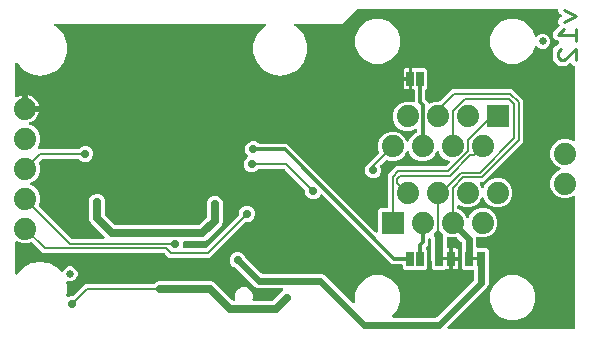
<source format=gbl>
G04 EAGLE Gerber RS-274X export*
G75*
%MOMM*%
%FSLAX34Y34*%
%LPD*%
%INBottom Copper*%
%IPPOS*%
%AMOC8*
5,1,8,0,0,1.08239X$1,22.5*%
G01*
%ADD10C,0.279400*%
%ADD11C,1.879600*%
%ADD12R,1.879600X1.879600*%
%ADD13R,0.660400X1.270000*%
%ADD14C,0.635000*%
%ADD15R,0.635000X1.270000*%
%ADD16C,0.203200*%
%ADD17C,0.736600*%
%ADD18C,0.609600*%
%ADD19C,0.711200*%
%ADD20C,0.304800*%

G36*
X5333Y200205D02*
X5333Y200205D01*
X5452Y200220D01*
X5571Y200227D01*
X5609Y200240D01*
X5648Y200245D01*
X5760Y200288D01*
X5873Y200325D01*
X5907Y200347D01*
X5944Y200361D01*
X6080Y200447D01*
X6443Y200711D01*
X8117Y201564D01*
X9904Y202145D01*
X10161Y202185D01*
X10161Y191770D01*
X10176Y191652D01*
X10183Y191533D01*
X10196Y191495D01*
X10201Y191455D01*
X10244Y191344D01*
X10281Y191231D01*
X10303Y191197D01*
X10318Y191159D01*
X10388Y191063D01*
X10451Y190962D01*
X10481Y190934D01*
X10504Y190902D01*
X10596Y190826D01*
X10683Y190744D01*
X10718Y190725D01*
X10749Y190699D01*
X10857Y190648D01*
X10961Y190591D01*
X11001Y190580D01*
X11037Y190563D01*
X11154Y190541D01*
X11269Y190511D01*
X11330Y190507D01*
X11350Y190503D01*
X11370Y190505D01*
X11430Y190501D01*
X12701Y190501D01*
X12701Y189230D01*
X12716Y189112D01*
X12723Y188993D01*
X12736Y188955D01*
X12741Y188914D01*
X12785Y188804D01*
X12821Y188691D01*
X12843Y188656D01*
X12858Y188619D01*
X12928Y188523D01*
X12991Y188422D01*
X13021Y188394D01*
X13045Y188361D01*
X13136Y188286D01*
X13223Y188204D01*
X13258Y188184D01*
X13290Y188159D01*
X13397Y188108D01*
X13502Y188050D01*
X13541Y188040D01*
X13577Y188023D01*
X13694Y188001D01*
X13809Y187971D01*
X13870Y187967D01*
X13890Y187963D01*
X13910Y187965D01*
X13970Y187961D01*
X24385Y187961D01*
X24345Y187704D01*
X23764Y185917D01*
X22911Y184243D01*
X21806Y182722D01*
X20478Y181394D01*
X18957Y180289D01*
X17283Y179436D01*
X16818Y179285D01*
X16791Y179272D01*
X16762Y179265D01*
X16648Y179205D01*
X16530Y179150D01*
X16507Y179131D01*
X16481Y179117D01*
X16385Y179030D01*
X16285Y178947D01*
X16268Y178923D01*
X16246Y178903D01*
X16174Y178794D01*
X16098Y178690D01*
X16087Y178662D01*
X16071Y178637D01*
X16029Y178514D01*
X15981Y178394D01*
X15977Y178364D01*
X15968Y178336D01*
X15957Y178207D01*
X15941Y178079D01*
X15945Y178049D01*
X15942Y178019D01*
X15965Y177891D01*
X15981Y177763D01*
X15992Y177735D01*
X15997Y177706D01*
X16050Y177588D01*
X16098Y177467D01*
X16115Y177443D01*
X16127Y177416D01*
X16208Y177315D01*
X16284Y177210D01*
X16307Y177191D01*
X16326Y177167D01*
X16430Y177089D01*
X16529Y177007D01*
X16556Y176994D01*
X16580Y176976D01*
X16725Y176905D01*
X19750Y175652D01*
X23252Y172150D01*
X25147Y167576D01*
X25147Y162624D01*
X23322Y158220D01*
X23309Y158172D01*
X23288Y158127D01*
X23267Y158019D01*
X23238Y157913D01*
X23238Y157863D01*
X23228Y157814D01*
X23235Y157705D01*
X23233Y157595D01*
X23245Y157547D01*
X23248Y157497D01*
X23282Y157393D01*
X23307Y157286D01*
X23331Y157242D01*
X23346Y157195D01*
X23405Y157102D01*
X23456Y157005D01*
X23490Y156968D01*
X23516Y156926D01*
X23596Y156851D01*
X23670Y156769D01*
X23712Y156742D01*
X23748Y156708D01*
X23844Y156655D01*
X23936Y156595D01*
X23983Y156578D01*
X24026Y156554D01*
X24133Y156527D01*
X24237Y156491D01*
X24286Y156487D01*
X24334Y156475D01*
X24495Y156465D01*
X57519Y156465D01*
X57617Y156477D01*
X57716Y156480D01*
X57774Y156497D01*
X57834Y156505D01*
X57926Y156541D01*
X58022Y156569D01*
X58074Y156599D01*
X58130Y156622D01*
X58210Y156680D01*
X58296Y156730D01*
X58371Y156796D01*
X58387Y156808D01*
X58395Y156818D01*
X58416Y156836D01*
X59687Y158107D01*
X62161Y159132D01*
X64839Y159132D01*
X67313Y158107D01*
X69207Y156213D01*
X70232Y153739D01*
X70232Y151061D01*
X69207Y148587D01*
X67313Y146693D01*
X64839Y145668D01*
X62161Y145668D01*
X59687Y146693D01*
X58416Y147964D01*
X58338Y148024D01*
X58266Y148092D01*
X58213Y148121D01*
X58165Y148158D01*
X58074Y148198D01*
X57987Y148246D01*
X57929Y148261D01*
X57873Y148285D01*
X57775Y148300D01*
X57680Y148325D01*
X57580Y148331D01*
X57559Y148335D01*
X57547Y148333D01*
X57519Y148335D01*
X27609Y148335D01*
X27511Y148323D01*
X27412Y148320D01*
X27354Y148303D01*
X27294Y148295D01*
X27202Y148259D01*
X27107Y148231D01*
X27055Y148201D01*
X26998Y148178D01*
X26918Y148120D01*
X26833Y148070D01*
X26757Y148004D01*
X26741Y147992D01*
X26733Y147982D01*
X26712Y147964D01*
X24510Y145761D01*
X24492Y145738D01*
X24469Y145719D01*
X24394Y145613D01*
X24315Y145510D01*
X24303Y145483D01*
X24286Y145459D01*
X24240Y145337D01*
X24188Y145218D01*
X24184Y145189D01*
X24173Y145161D01*
X24159Y145032D01*
X24139Y144904D01*
X24141Y144875D01*
X24138Y144845D01*
X24156Y144717D01*
X24168Y144587D01*
X24178Y144560D01*
X24182Y144530D01*
X24235Y144378D01*
X25147Y142176D01*
X25147Y137224D01*
X23252Y132650D01*
X19750Y129148D01*
X17395Y128173D01*
X17275Y128104D01*
X17152Y128039D01*
X17137Y128025D01*
X17119Y128015D01*
X17019Y127918D01*
X16916Y127825D01*
X16905Y127808D01*
X16891Y127794D01*
X16818Y127676D01*
X16742Y127559D01*
X16735Y127540D01*
X16724Y127523D01*
X16684Y127390D01*
X16638Y127258D01*
X16637Y127238D01*
X16631Y127219D01*
X16624Y127080D01*
X16613Y126941D01*
X16617Y126921D01*
X16616Y126901D01*
X16644Y126765D01*
X16668Y126628D01*
X16676Y126609D01*
X16680Y126590D01*
X16741Y126465D01*
X16798Y126338D01*
X16811Y126322D01*
X16820Y126304D01*
X16910Y126198D01*
X16997Y126090D01*
X17013Y126077D01*
X17026Y126062D01*
X17140Y125982D01*
X17251Y125898D01*
X17276Y125886D01*
X17286Y125879D01*
X17305Y125872D01*
X17395Y125827D01*
X19750Y124852D01*
X23252Y121350D01*
X25147Y116776D01*
X25147Y111824D01*
X24235Y109622D01*
X24227Y109594D01*
X24213Y109567D01*
X24185Y109440D01*
X24151Y109315D01*
X24150Y109286D01*
X24144Y109257D01*
X24148Y109127D01*
X24146Y108997D01*
X24152Y108968D01*
X24153Y108939D01*
X24189Y108814D01*
X24220Y108688D01*
X24234Y108662D01*
X24242Y108633D01*
X24308Y108522D01*
X24368Y108407D01*
X24388Y108385D01*
X24403Y108360D01*
X24510Y108239D01*
X52112Y80636D01*
X52190Y80576D01*
X52262Y80508D01*
X52315Y80479D01*
X52363Y80442D01*
X52454Y80402D01*
X52541Y80354D01*
X52599Y80339D01*
X52655Y80315D01*
X52753Y80300D01*
X52849Y80275D01*
X52949Y80269D01*
X52969Y80265D01*
X52981Y80267D01*
X53009Y80265D01*
X78781Y80265D01*
X78918Y80282D01*
X79057Y80295D01*
X79076Y80302D01*
X79096Y80305D01*
X79225Y80356D01*
X79356Y80403D01*
X79373Y80414D01*
X79392Y80422D01*
X79504Y80503D01*
X79619Y80581D01*
X79633Y80597D01*
X79649Y80608D01*
X79738Y80716D01*
X79830Y80820D01*
X79839Y80838D01*
X79852Y80853D01*
X79911Y80979D01*
X79974Y81103D01*
X79979Y81123D01*
X79987Y81141D01*
X80014Y81277D01*
X80044Y81413D01*
X80043Y81434D01*
X80047Y81453D01*
X80039Y81592D01*
X80034Y81731D01*
X80029Y81751D01*
X80027Y81771D01*
X79985Y81903D01*
X79946Y82037D01*
X79936Y82054D01*
X79929Y82073D01*
X79855Y82191D01*
X79784Y82311D01*
X79766Y82332D01*
X79759Y82342D01*
X79744Y82356D01*
X79678Y82431D01*
X70097Y92012D01*
X68061Y94049D01*
X67055Y96476D01*
X67055Y109862D01*
X67054Y109871D01*
X67055Y109880D01*
X67034Y110029D01*
X67015Y110177D01*
X67012Y110186D01*
X67011Y110195D01*
X66959Y110348D01*
X66928Y110421D01*
X66928Y113099D01*
X67953Y115573D01*
X69847Y117467D01*
X72321Y118492D01*
X74999Y118492D01*
X77473Y117467D01*
X79367Y115573D01*
X80392Y113099D01*
X80392Y110421D01*
X80361Y110348D01*
X80359Y110339D01*
X80354Y110331D01*
X80317Y110186D01*
X80277Y110041D01*
X80277Y110032D01*
X80275Y110023D01*
X80265Y109862D01*
X80265Y101052D01*
X80277Y100953D01*
X80280Y100854D01*
X80297Y100796D01*
X80305Y100736D01*
X80341Y100644D01*
X80369Y100549D01*
X80399Y100497D01*
X80422Y100440D01*
X80480Y100360D01*
X80530Y100275D01*
X80596Y100199D01*
X80608Y100183D01*
X80618Y100175D01*
X80636Y100154D01*
X88724Y92066D01*
X88802Y92006D01*
X88874Y91938D01*
X88927Y91909D01*
X88975Y91872D01*
X89066Y91832D01*
X89153Y91784D01*
X89211Y91769D01*
X89267Y91745D01*
X89365Y91730D01*
X89461Y91705D01*
X89561Y91699D01*
X89581Y91695D01*
X89594Y91697D01*
X89622Y91695D01*
X159298Y91695D01*
X159397Y91707D01*
X159496Y91710D01*
X159554Y91727D01*
X159614Y91735D01*
X159706Y91771D01*
X159801Y91799D01*
X159853Y91829D01*
X159910Y91852D01*
X159990Y91910D01*
X160075Y91960D01*
X160151Y92026D01*
X160167Y92038D01*
X160175Y92048D01*
X160196Y92066D01*
X166379Y98249D01*
X166439Y98327D01*
X166507Y98399D01*
X166536Y98452D01*
X166573Y98500D01*
X166613Y98591D01*
X166661Y98678D01*
X166676Y98736D01*
X166700Y98792D01*
X166715Y98890D01*
X166740Y98986D01*
X166746Y99086D01*
X166750Y99106D01*
X166748Y99119D01*
X166750Y99147D01*
X166750Y107957D01*
X166749Y107966D01*
X166750Y107975D01*
X166729Y108124D01*
X166710Y108272D01*
X166707Y108281D01*
X166706Y108290D01*
X166654Y108443D01*
X166623Y108516D01*
X166623Y111194D01*
X167648Y113668D01*
X169542Y115562D01*
X172016Y116587D01*
X174694Y116587D01*
X177168Y115562D01*
X179062Y113668D01*
X180087Y111194D01*
X180087Y108516D01*
X180056Y108443D01*
X180054Y108434D01*
X180049Y108426D01*
X180012Y108281D01*
X179972Y108136D01*
X179972Y108127D01*
X179970Y108118D01*
X179960Y107957D01*
X179960Y94571D01*
X178954Y92144D01*
X166301Y79491D01*
X163874Y78485D01*
X147701Y78485D01*
X147583Y78470D01*
X147464Y78463D01*
X147426Y78450D01*
X147385Y78445D01*
X147275Y78402D01*
X147162Y78365D01*
X147127Y78343D01*
X147090Y78328D01*
X146994Y78259D01*
X146893Y78195D01*
X146865Y78165D01*
X146832Y78142D01*
X146756Y78050D01*
X146675Y77963D01*
X146655Y77928D01*
X146630Y77897D01*
X146579Y77789D01*
X146521Y77685D01*
X146511Y77645D01*
X146494Y77609D01*
X146472Y77492D01*
X146442Y77377D01*
X146438Y77317D01*
X146434Y77297D01*
X146436Y77276D01*
X146432Y77216D01*
X146432Y74734D01*
X146293Y74400D01*
X146280Y74352D01*
X146259Y74307D01*
X146238Y74199D01*
X146209Y74093D01*
X146209Y74043D01*
X146199Y73994D01*
X146206Y73885D01*
X146204Y73775D01*
X146216Y73727D01*
X146219Y73677D01*
X146253Y73573D01*
X146278Y73466D01*
X146302Y73422D01*
X146317Y73375D01*
X146376Y73282D01*
X146427Y73185D01*
X146461Y73148D01*
X146487Y73106D01*
X146567Y73031D01*
X146641Y72949D01*
X146683Y72922D01*
X146719Y72888D01*
X146815Y72835D01*
X146907Y72775D01*
X146954Y72758D01*
X146997Y72734D01*
X147103Y72707D01*
X147208Y72671D01*
X147257Y72667D01*
X147305Y72655D01*
X147466Y72645D01*
X165304Y72645D01*
X165402Y72657D01*
X165501Y72660D01*
X165559Y72677D01*
X165619Y72685D01*
X165711Y72721D01*
X165806Y72749D01*
X165858Y72779D01*
X165915Y72802D01*
X165995Y72860D01*
X166080Y72910D01*
X166156Y72976D01*
X166172Y72988D01*
X166180Y72998D01*
X166201Y73016D01*
X193430Y100245D01*
X193490Y100323D01*
X193558Y100395D01*
X193587Y100448D01*
X193624Y100496D01*
X193664Y100587D01*
X193712Y100674D01*
X193727Y100732D01*
X193751Y100788D01*
X193766Y100886D01*
X193791Y100982D01*
X193797Y101082D01*
X193801Y101102D01*
X193799Y101114D01*
X193801Y101142D01*
X193801Y102939D01*
X194826Y105413D01*
X196720Y107307D01*
X199194Y108332D01*
X201872Y108332D01*
X204346Y107307D01*
X206240Y105413D01*
X207265Y102939D01*
X207265Y100261D01*
X206240Y97787D01*
X204346Y95893D01*
X201872Y94868D01*
X200075Y94868D01*
X199977Y94856D01*
X199878Y94853D01*
X199820Y94836D01*
X199760Y94828D01*
X199668Y94792D01*
X199573Y94764D01*
X199521Y94734D01*
X199464Y94711D01*
X199384Y94653D01*
X199299Y94603D01*
X199223Y94537D01*
X199207Y94525D01*
X199199Y94515D01*
X199178Y94497D01*
X169197Y64515D01*
X134206Y64515D01*
X130768Y67954D01*
X130690Y68014D01*
X130618Y68082D01*
X130565Y68111D01*
X130517Y68148D01*
X130426Y68188D01*
X130339Y68236D01*
X130281Y68251D01*
X130225Y68275D01*
X130127Y68290D01*
X130031Y68315D01*
X129931Y68321D01*
X129911Y68325D01*
X129899Y68323D01*
X129871Y68325D01*
X27526Y68325D01*
X18761Y77090D01*
X18738Y77108D01*
X18719Y77131D01*
X18613Y77206D01*
X18510Y77285D01*
X18483Y77297D01*
X18459Y77314D01*
X18337Y77360D01*
X18218Y77412D01*
X18189Y77416D01*
X18161Y77427D01*
X18032Y77441D01*
X17904Y77461D01*
X17875Y77459D01*
X17845Y77462D01*
X17717Y77444D01*
X17587Y77432D01*
X17560Y77422D01*
X17530Y77418D01*
X17378Y77365D01*
X15176Y76453D01*
X10224Y76453D01*
X5820Y78278D01*
X5772Y78291D01*
X5727Y78312D01*
X5619Y78333D01*
X5513Y78362D01*
X5463Y78362D01*
X5414Y78372D01*
X5305Y78365D01*
X5195Y78367D01*
X5147Y78355D01*
X5097Y78352D01*
X4993Y78318D01*
X4886Y78293D01*
X4842Y78269D01*
X4795Y78254D01*
X4702Y78195D01*
X4605Y78144D01*
X4568Y78110D01*
X4526Y78084D01*
X4451Y78004D01*
X4369Y77930D01*
X4342Y77888D01*
X4308Y77852D01*
X4255Y77756D01*
X4195Y77664D01*
X4178Y77617D01*
X4154Y77574D01*
X4127Y77467D01*
X4091Y77363D01*
X4087Y77314D01*
X4075Y77266D01*
X4065Y77105D01*
X4065Y51331D01*
X4069Y51295D01*
X4067Y51260D01*
X4089Y51138D01*
X4105Y51015D01*
X4118Y50982D01*
X4124Y50947D01*
X4176Y50835D01*
X4222Y50719D01*
X4242Y50691D01*
X4257Y50659D01*
X4336Y50562D01*
X4408Y50462D01*
X4436Y50439D01*
X4458Y50412D01*
X4558Y50339D01*
X4653Y50259D01*
X4685Y50244D01*
X4714Y50223D01*
X4829Y50177D01*
X4941Y50124D01*
X4976Y50117D01*
X5009Y50104D01*
X5132Y50087D01*
X5253Y50064D01*
X5289Y50066D01*
X5324Y50061D01*
X5447Y50076D01*
X5571Y50084D01*
X5605Y50095D01*
X5640Y50099D01*
X5756Y50144D01*
X5873Y50182D01*
X5903Y50201D01*
X5936Y50213D01*
X6037Y50286D01*
X6142Y50352D01*
X6166Y50378D01*
X6195Y50398D01*
X6306Y50515D01*
X10644Y55685D01*
X17549Y59671D01*
X25400Y61055D01*
X33251Y59671D01*
X40155Y55685D01*
X42782Y52555D01*
X42859Y52483D01*
X42930Y52406D01*
X42975Y52376D01*
X43015Y52339D01*
X43108Y52289D01*
X43195Y52231D01*
X43247Y52213D01*
X43295Y52187D01*
X43397Y52162D01*
X43496Y52128D01*
X43551Y52124D01*
X43604Y52110D01*
X43709Y52111D01*
X43813Y52103D01*
X43867Y52112D01*
X43922Y52112D01*
X44023Y52139D01*
X44126Y52157D01*
X44176Y52180D01*
X44229Y52193D01*
X44321Y52244D01*
X44416Y52288D01*
X44459Y52322D01*
X44507Y52348D01*
X44583Y52421D01*
X44665Y52486D01*
X44698Y52530D01*
X44737Y52568D01*
X44793Y52656D01*
X44856Y52740D01*
X44895Y52819D01*
X44906Y52837D01*
X44911Y52852D01*
X44927Y52885D01*
X45524Y54325D01*
X47275Y56076D01*
X49562Y57024D01*
X52038Y57024D01*
X54325Y56076D01*
X56076Y54325D01*
X57024Y52038D01*
X57024Y49562D01*
X56076Y47275D01*
X54325Y45524D01*
X52038Y44576D01*
X49562Y44576D01*
X49328Y44673D01*
X49221Y44702D01*
X49116Y44740D01*
X49068Y44744D01*
X49022Y44757D01*
X48910Y44759D01*
X48799Y44769D01*
X48752Y44761D01*
X48704Y44762D01*
X48595Y44736D01*
X48485Y44718D01*
X48441Y44699D01*
X48395Y44688D01*
X48296Y44636D01*
X48194Y44591D01*
X48156Y44562D01*
X48113Y44539D01*
X48031Y44464D01*
X47943Y44396D01*
X47913Y44358D01*
X47878Y44325D01*
X47817Y44232D01*
X47749Y44144D01*
X47730Y44100D01*
X47703Y44060D01*
X47667Y43954D01*
X47623Y43852D01*
X47616Y43804D01*
X47600Y43759D01*
X47591Y43648D01*
X47574Y43537D01*
X47579Y43490D01*
X47575Y43442D01*
X47594Y43332D01*
X47605Y43221D01*
X47625Y43150D01*
X47629Y43128D01*
X47637Y43112D01*
X47650Y43066D01*
X48007Y42086D01*
X48007Y34114D01*
X47547Y32852D01*
X47523Y32743D01*
X47490Y32637D01*
X47488Y32589D01*
X47477Y32542D01*
X47480Y32430D01*
X47475Y32319D01*
X47484Y32272D01*
X47486Y32224D01*
X47517Y32117D01*
X47539Y32008D01*
X47560Y31964D01*
X47573Y31918D01*
X47630Y31822D01*
X47679Y31722D01*
X47710Y31685D01*
X47734Y31644D01*
X47813Y31565D01*
X47885Y31480D01*
X47924Y31452D01*
X47958Y31418D01*
X48054Y31361D01*
X48145Y31297D01*
X48190Y31280D01*
X48231Y31255D01*
X48338Y31224D01*
X48443Y31184D01*
X48490Y31179D01*
X48536Y31165D01*
X48648Y31161D01*
X48759Y31149D01*
X48806Y31156D01*
X48854Y31154D01*
X48963Y31178D01*
X49074Y31193D01*
X49143Y31217D01*
X49165Y31222D01*
X49181Y31230D01*
X49226Y31245D01*
X51366Y32132D01*
X53163Y32132D01*
X53261Y32144D01*
X53360Y32147D01*
X53418Y32164D01*
X53478Y32172D01*
X53570Y32208D01*
X53665Y32236D01*
X53717Y32266D01*
X53774Y32289D01*
X53854Y32347D01*
X53939Y32397D01*
X54015Y32463D01*
X54031Y32475D01*
X54039Y32485D01*
X54060Y32503D01*
X63721Y42165D01*
X121019Y42165D01*
X121117Y42177D01*
X121216Y42180D01*
X121274Y42197D01*
X121334Y42205D01*
X121426Y42241D01*
X121522Y42269D01*
X121574Y42299D01*
X121630Y42322D01*
X121710Y42380D01*
X121796Y42430D01*
X121871Y42496D01*
X121887Y42508D01*
X121895Y42518D01*
X121916Y42536D01*
X123187Y43807D01*
X125661Y44832D01*
X128339Y44832D01*
X128412Y44801D01*
X128421Y44799D01*
X128429Y44794D01*
X128574Y44757D01*
X128719Y44717D01*
X128728Y44717D01*
X128737Y44715D01*
X128898Y44705D01*
X170379Y44705D01*
X172806Y43699D01*
X188179Y28326D01*
X188257Y28266D01*
X188329Y28198D01*
X188382Y28169D01*
X188430Y28132D01*
X188521Y28092D01*
X188608Y28044D01*
X188666Y28029D01*
X188722Y28005D01*
X188820Y27990D01*
X188916Y27965D01*
X189016Y27959D01*
X189036Y27955D01*
X189049Y27957D01*
X189077Y27955D01*
X189387Y27955D01*
X189436Y27961D01*
X189486Y27959D01*
X189593Y27981D01*
X189702Y27995D01*
X189749Y28013D01*
X189797Y28023D01*
X189896Y28071D01*
X189998Y28112D01*
X190038Y28141D01*
X190083Y28163D01*
X190166Y28234D01*
X190255Y28298D01*
X190287Y28337D01*
X190325Y28369D01*
X190388Y28459D01*
X190458Y28543D01*
X190479Y28588D01*
X190508Y28629D01*
X190547Y28732D01*
X190594Y28831D01*
X190603Y28880D01*
X190621Y28926D01*
X190633Y29036D01*
X190653Y29143D01*
X190650Y29193D01*
X190656Y29242D01*
X190641Y29351D01*
X190634Y29461D01*
X190618Y29508D01*
X190611Y29557D01*
X190559Y29710D01*
X190336Y30248D01*
X190336Y33252D01*
X191485Y36026D01*
X193609Y38150D01*
X196383Y39299D01*
X199387Y39299D01*
X202161Y38150D01*
X204285Y36026D01*
X205434Y33252D01*
X205434Y30248D01*
X205211Y29710D01*
X205197Y29662D01*
X205176Y29617D01*
X205156Y29509D01*
X205127Y29403D01*
X205126Y29353D01*
X205117Y29304D01*
X205123Y29195D01*
X205122Y29085D01*
X205133Y29037D01*
X205136Y28987D01*
X205170Y28883D01*
X205196Y28776D01*
X205219Y28732D01*
X205234Y28685D01*
X205293Y28592D01*
X205344Y28495D01*
X205378Y28458D01*
X205404Y28416D01*
X205485Y28341D01*
X205558Y28259D01*
X205600Y28232D01*
X205636Y28198D01*
X205732Y28145D01*
X205824Y28085D01*
X205871Y28068D01*
X205915Y28044D01*
X206021Y28017D01*
X206125Y27981D01*
X206174Y27977D01*
X206223Y27965D01*
X206383Y27955D01*
X221923Y27955D01*
X222022Y27967D01*
X222121Y27970D01*
X222179Y27987D01*
X222239Y27995D01*
X222331Y28031D01*
X222426Y28059D01*
X222478Y28089D01*
X222535Y28112D01*
X222615Y28170D01*
X222700Y28220D01*
X222776Y28286D01*
X222792Y28298D01*
X222800Y28308D01*
X222821Y28326D01*
X228063Y33568D01*
X228068Y33575D01*
X228076Y33581D01*
X228165Y33700D01*
X228258Y33819D01*
X228261Y33828D01*
X228267Y33835D01*
X228338Y33980D01*
X228368Y34053D01*
X230262Y35947D01*
X230642Y36104D01*
X230702Y36139D01*
X230767Y36164D01*
X230840Y36217D01*
X230918Y36262D01*
X230968Y36310D01*
X231024Y36351D01*
X231082Y36421D01*
X231146Y36483D01*
X231183Y36542D01*
X231227Y36596D01*
X231265Y36677D01*
X231312Y36754D01*
X231333Y36821D01*
X231363Y36884D01*
X231380Y36972D01*
X231406Y37058D01*
X231409Y37128D01*
X231423Y37196D01*
X231417Y37286D01*
X231421Y37376D01*
X231407Y37444D01*
X231403Y37514D01*
X231375Y37599D01*
X231357Y37687D01*
X231326Y37750D01*
X231305Y37816D01*
X231257Y37892D01*
X231217Y37973D01*
X231172Y38026D01*
X231135Y38085D01*
X231069Y38147D01*
X231011Y38215D01*
X230954Y38255D01*
X230903Y38303D01*
X230824Y38346D01*
X230751Y38398D01*
X230686Y38423D01*
X230624Y38456D01*
X230537Y38479D01*
X230453Y38511D01*
X230384Y38518D01*
X230317Y38536D01*
X230156Y38546D01*
X209362Y38546D01*
X207122Y39474D01*
X190694Y55902D01*
X190686Y55908D01*
X190680Y55915D01*
X190561Y56005D01*
X190442Y56097D01*
X190434Y56101D01*
X190426Y56107D01*
X190282Y56178D01*
X188982Y56716D01*
X187088Y58610D01*
X186063Y61084D01*
X186063Y63762D01*
X187088Y66236D01*
X188982Y68130D01*
X191456Y69155D01*
X194134Y69155D01*
X196608Y68130D01*
X198502Y66236D01*
X199040Y64936D01*
X199045Y64928D01*
X199048Y64919D01*
X199123Y64791D01*
X199198Y64660D01*
X199205Y64653D01*
X199209Y64645D01*
X199316Y64524D01*
X212729Y51111D01*
X212807Y51051D01*
X212879Y50983D01*
X212932Y50954D01*
X212980Y50916D01*
X213071Y50877D01*
X213158Y50829D01*
X213216Y50814D01*
X213272Y50790D01*
X213370Y50774D01*
X213466Y50750D01*
X213566Y50743D01*
X213586Y50740D01*
X213598Y50741D01*
X213626Y50740D01*
X263910Y50740D01*
X266151Y49811D01*
X289935Y26028D01*
X290044Y25942D01*
X290151Y25854D01*
X290170Y25845D01*
X290186Y25833D01*
X290314Y25777D01*
X290439Y25718D01*
X290459Y25714D01*
X290478Y25706D01*
X290616Y25684D01*
X290752Y25658D01*
X290772Y25660D01*
X290792Y25656D01*
X290931Y25670D01*
X291069Y25678D01*
X291088Y25684D01*
X291108Y25686D01*
X291240Y25733D01*
X291371Y25776D01*
X291389Y25787D01*
X291408Y25794D01*
X291523Y25872D01*
X291640Y25946D01*
X291654Y25961D01*
X291671Y25972D01*
X291763Y26076D01*
X291858Y26178D01*
X291868Y26196D01*
X291881Y26211D01*
X291945Y26335D01*
X292012Y26456D01*
X292017Y26476D01*
X292026Y26494D01*
X292056Y26630D01*
X292091Y26764D01*
X292093Y26792D01*
X292096Y26804D01*
X292095Y26825D01*
X292101Y26925D01*
X292101Y34269D01*
X295001Y41270D01*
X300360Y46629D01*
X307361Y49529D01*
X314939Y49529D01*
X321940Y46629D01*
X327299Y41270D01*
X330199Y34269D01*
X330199Y26691D01*
X327299Y19690D01*
X323492Y15883D01*
X323407Y15774D01*
X323319Y15667D01*
X323310Y15648D01*
X323298Y15632D01*
X323242Y15504D01*
X323183Y15379D01*
X323179Y15359D01*
X323171Y15340D01*
X323149Y15202D01*
X323123Y15066D01*
X323125Y15046D01*
X323121Y15026D01*
X323134Y14887D01*
X323143Y14749D01*
X323149Y14730D01*
X323151Y14710D01*
X323198Y14578D01*
X323241Y14447D01*
X323252Y14429D01*
X323259Y14410D01*
X323337Y14295D01*
X323411Y14178D01*
X323426Y14164D01*
X323437Y14147D01*
X323542Y14055D01*
X323643Y13960D01*
X323661Y13950D01*
X323676Y13937D01*
X323800Y13873D01*
X323921Y13806D01*
X323941Y13801D01*
X323959Y13792D01*
X324095Y13762D01*
X324229Y13727D01*
X324257Y13725D01*
X324269Y13722D01*
X324290Y13723D01*
X324390Y13717D01*
X360169Y13717D01*
X360267Y13729D01*
X360366Y13732D01*
X360424Y13749D01*
X360484Y13757D01*
X360577Y13793D01*
X360672Y13821D01*
X360724Y13851D01*
X360780Y13874D01*
X360860Y13932D01*
X360946Y13982D01*
X361021Y14048D01*
X361037Y14060D01*
X361045Y14070D01*
X361066Y14088D01*
X392439Y45461D01*
X392499Y45539D01*
X392567Y45611D01*
X392596Y45664D01*
X392633Y45712D01*
X392673Y45803D01*
X392721Y45889D01*
X392736Y45948D01*
X392760Y46004D01*
X392775Y46102D01*
X392800Y46197D01*
X392806Y46297D01*
X392810Y46318D01*
X392808Y46330D01*
X392810Y46358D01*
X392810Y52832D01*
X392795Y52950D01*
X392788Y53069D01*
X392775Y53107D01*
X392770Y53148D01*
X392727Y53258D01*
X392690Y53371D01*
X392668Y53406D01*
X392653Y53443D01*
X392584Y53539D01*
X392520Y53640D01*
X392490Y53668D01*
X392467Y53701D01*
X392375Y53777D01*
X392288Y53858D01*
X392253Y53878D01*
X392222Y53903D01*
X392114Y53954D01*
X392010Y54012D01*
X391970Y54022D01*
X391934Y54039D01*
X391817Y54061D01*
X391702Y54091D01*
X391642Y54095D01*
X391622Y54099D01*
X391601Y54097D01*
X391541Y54101D01*
X383928Y54101D01*
X382142Y55887D01*
X382142Y71134D01*
X382153Y71145D01*
X382182Y71198D01*
X382219Y71246D01*
X382259Y71337D01*
X382307Y71424D01*
X382322Y71483D01*
X382346Y71538D01*
X382361Y71636D01*
X382386Y71732D01*
X382392Y71832D01*
X382396Y71852D01*
X382394Y71864D01*
X382396Y71893D01*
X382396Y77086D01*
X382384Y77184D01*
X382381Y77283D01*
X382364Y77341D01*
X382356Y77401D01*
X382320Y77494D01*
X382292Y77589D01*
X382262Y77641D01*
X382239Y77697D01*
X382181Y77777D01*
X382131Y77863D01*
X382065Y77938D01*
X382053Y77954D01*
X382043Y77962D01*
X382025Y77983D01*
X378679Y81329D01*
X378656Y81347D01*
X378637Y81369D01*
X378531Y81444D01*
X378428Y81524D01*
X378401Y81535D01*
X378377Y81552D01*
X378255Y81598D01*
X378136Y81650D01*
X378107Y81655D01*
X378079Y81665D01*
X377950Y81679D01*
X377822Y81700D01*
X377793Y81697D01*
X377763Y81700D01*
X377635Y81682D01*
X377505Y81670D01*
X377478Y81660D01*
X377448Y81656D01*
X377296Y81604D01*
X377126Y81533D01*
X372174Y81533D01*
X371453Y81832D01*
X371405Y81845D01*
X371360Y81866D01*
X371252Y81887D01*
X371146Y81916D01*
X371096Y81917D01*
X371047Y81926D01*
X370938Y81919D01*
X370828Y81921D01*
X370780Y81910D01*
X370730Y81906D01*
X370626Y81873D01*
X370519Y81847D01*
X370475Y81824D01*
X370428Y81808D01*
X370335Y81750D01*
X370238Y81698D01*
X370201Y81665D01*
X370159Y81638D01*
X370084Y81558D01*
X370002Y81484D01*
X369975Y81443D01*
X369941Y81407D01*
X369888Y81310D01*
X369828Y81219D01*
X369811Y81172D01*
X369787Y81128D01*
X369760Y81022D01*
X369724Y80918D01*
X369720Y80868D01*
X369708Y80820D01*
X369698Y80659D01*
X369698Y73660D01*
X369713Y73542D01*
X369720Y73423D01*
X369733Y73385D01*
X369738Y73344D01*
X369782Y73233D01*
X369818Y73121D01*
X369840Y73086D01*
X369855Y73049D01*
X369924Y72953D01*
X369988Y72852D01*
X370018Y72824D01*
X370041Y72791D01*
X370133Y72715D01*
X370220Y72634D01*
X370255Y72614D01*
X370286Y72589D01*
X370394Y72538D01*
X370498Y72480D01*
X370538Y72470D01*
X370574Y72453D01*
X370691Y72431D01*
X370806Y72401D01*
X370866Y72397D01*
X370886Y72393D01*
X370907Y72395D01*
X370967Y72391D01*
X371857Y72391D01*
X371857Y64833D01*
X366459Y64833D01*
X366440Y64821D01*
X366417Y64817D01*
X366410Y64802D01*
X366401Y64796D01*
X366403Y64786D01*
X366396Y64770D01*
X366396Y62230D01*
X366408Y62211D01*
X366411Y62189D01*
X366427Y62182D01*
X366433Y62173D01*
X366443Y62174D01*
X366459Y62167D01*
X371857Y62167D01*
X371857Y54609D01*
X369870Y54609D01*
X369234Y54780D01*
X369129Y54794D01*
X369026Y54817D01*
X368972Y54816D01*
X368919Y54823D01*
X368814Y54811D01*
X368708Y54808D01*
X368656Y54793D01*
X368603Y54787D01*
X368504Y54749D01*
X368403Y54719D01*
X368356Y54692D01*
X368306Y54673D01*
X368220Y54611D01*
X368129Y54558D01*
X368065Y54501D01*
X368047Y54489D01*
X368036Y54477D01*
X368008Y54451D01*
X367658Y54101D01*
X358528Y54101D01*
X356742Y55887D01*
X356742Y61321D01*
X356741Y61330D01*
X356742Y61339D01*
X356721Y61488D01*
X356702Y61636D01*
X356699Y61645D01*
X356698Y61654D01*
X356646Y61806D01*
X356488Y62186D01*
X356488Y79367D01*
X356487Y79376D01*
X356488Y79386D01*
X356467Y79534D01*
X356448Y79683D01*
X356445Y79691D01*
X356444Y79701D01*
X356392Y79853D01*
X356265Y80160D01*
X356230Y80221D01*
X356204Y80285D01*
X356152Y80358D01*
X356107Y80436D01*
X356058Y80486D01*
X356018Y80543D01*
X355948Y80600D01*
X355886Y80664D01*
X355826Y80701D01*
X355773Y80745D01*
X355691Y80784D01*
X355615Y80831D01*
X355548Y80851D01*
X355485Y80881D01*
X355397Y80898D01*
X355311Y80924D01*
X355241Y80928D01*
X355172Y80941D01*
X355083Y80935D01*
X354993Y80939D01*
X354925Y80925D01*
X354855Y80921D01*
X354770Y80893D01*
X354682Y80875D01*
X354619Y80844D01*
X354553Y80823D01*
X354477Y80775D01*
X354396Y80735D01*
X354343Y80690D01*
X354284Y80653D01*
X354222Y80587D01*
X354154Y80529D01*
X354114Y80472D01*
X354066Y80421D01*
X354023Y80342D01*
X353971Y80269D01*
X353946Y80204D01*
X353912Y80143D01*
X353890Y80056D01*
X353858Y79972D01*
X353850Y79902D01*
X353833Y79835D01*
X353823Y79674D01*
X353823Y75449D01*
X352235Y73861D01*
X352162Y73767D01*
X352083Y73678D01*
X352065Y73642D01*
X352040Y73610D01*
X351992Y73500D01*
X351938Y73394D01*
X351929Y73355D01*
X351913Y73318D01*
X351895Y73200D01*
X351869Y73084D01*
X351870Y73044D01*
X351864Y73004D01*
X351875Y72885D01*
X351878Y72766D01*
X351890Y72727D01*
X351893Y72687D01*
X351934Y72575D01*
X351967Y72461D01*
X351987Y72426D01*
X352001Y72388D01*
X352068Y72289D01*
X352128Y72187D01*
X352168Y72141D01*
X352180Y72125D01*
X352195Y72111D01*
X352235Y72066D01*
X353188Y71113D01*
X353188Y55887D01*
X351402Y54101D01*
X334398Y54101D01*
X332612Y55887D01*
X332612Y57658D01*
X332597Y57776D01*
X332590Y57895D01*
X332577Y57933D01*
X332572Y57974D01*
X332529Y58084D01*
X332492Y58197D01*
X332470Y58232D01*
X332455Y58269D01*
X332386Y58365D01*
X332322Y58466D01*
X332292Y58494D01*
X332269Y58527D01*
X332177Y58603D01*
X332090Y58684D01*
X332055Y58704D01*
X332024Y58729D01*
X331916Y58780D01*
X331812Y58838D01*
X331772Y58848D01*
X331736Y58865D01*
X331619Y58887D01*
X331504Y58917D01*
X331444Y58921D01*
X331424Y58925D01*
X331403Y58923D01*
X331343Y58927D01*
X323226Y58927D01*
X264489Y117664D01*
X264450Y117695D01*
X264416Y117731D01*
X264325Y117792D01*
X264238Y117859D01*
X264192Y117879D01*
X264151Y117906D01*
X264047Y117942D01*
X263946Y117985D01*
X263897Y117993D01*
X263850Y118009D01*
X263741Y118018D01*
X263632Y118035D01*
X263582Y118031D01*
X263533Y118034D01*
X263425Y118016D01*
X263315Y118005D01*
X263269Y117989D01*
X263220Y117980D01*
X263119Y117935D01*
X263016Y117898D01*
X262975Y117870D01*
X262930Y117849D01*
X262844Y117781D01*
X262753Y117719D01*
X262720Y117682D01*
X262681Y117651D01*
X262615Y117563D01*
X262542Y117481D01*
X262520Y117437D01*
X262490Y117397D01*
X262419Y117252D01*
X262247Y116837D01*
X260353Y114943D01*
X257879Y113918D01*
X255201Y113918D01*
X252727Y114943D01*
X250833Y116837D01*
X249808Y119311D01*
X249808Y121108D01*
X249796Y121206D01*
X249793Y121305D01*
X249776Y121363D01*
X249768Y121423D01*
X249732Y121515D01*
X249704Y121610D01*
X249674Y121662D01*
X249651Y121719D01*
X249593Y121799D01*
X249543Y121884D01*
X249477Y121960D01*
X249465Y121976D01*
X249455Y121984D01*
X249437Y122005D01*
X232368Y139074D01*
X232290Y139134D01*
X232218Y139202D01*
X232165Y139231D01*
X232117Y139268D01*
X232026Y139308D01*
X231939Y139356D01*
X231881Y139371D01*
X231825Y139395D01*
X231727Y139410D01*
X231631Y139435D01*
X231531Y139441D01*
X231511Y139445D01*
X231499Y139443D01*
X231471Y139445D01*
X210451Y139445D01*
X210353Y139433D01*
X210254Y139430D01*
X210196Y139413D01*
X210136Y139405D01*
X210044Y139369D01*
X209948Y139341D01*
X209896Y139311D01*
X209840Y139288D01*
X209760Y139230D01*
X209674Y139180D01*
X209599Y139114D01*
X209583Y139102D01*
X209575Y139092D01*
X209554Y139074D01*
X208283Y137803D01*
X205809Y136778D01*
X203131Y136778D01*
X200657Y137803D01*
X198763Y139697D01*
X197738Y142171D01*
X197738Y144849D01*
X198763Y147323D01*
X200657Y149217D01*
X200709Y149239D01*
X200752Y149263D01*
X200799Y149280D01*
X200890Y149342D01*
X200986Y149396D01*
X201021Y149431D01*
X201062Y149459D01*
X201135Y149541D01*
X201214Y149617D01*
X201240Y149660D01*
X201273Y149697D01*
X201323Y149795D01*
X201380Y149889D01*
X201395Y149936D01*
X201417Y149980D01*
X201441Y150087D01*
X201474Y150193D01*
X201476Y150242D01*
X201487Y150291D01*
X201484Y150400D01*
X201489Y150510D01*
X201479Y150559D01*
X201477Y150609D01*
X201447Y150714D01*
X201425Y150822D01*
X201403Y150866D01*
X201389Y150914D01*
X201333Y151009D01*
X201285Y151107D01*
X201253Y151145D01*
X201227Y151188D01*
X201121Y151309D01*
X200033Y152397D01*
X199008Y154871D01*
X199008Y157549D01*
X200033Y160023D01*
X201927Y161917D01*
X204401Y162942D01*
X207079Y162942D01*
X209553Y161917D01*
X210316Y161154D01*
X210394Y161094D01*
X210466Y161026D01*
X210519Y160997D01*
X210567Y160960D01*
X210658Y160920D01*
X210745Y160872D01*
X210803Y160857D01*
X210859Y160833D01*
X210957Y160818D01*
X211052Y160793D01*
X211152Y160787D01*
X211173Y160783D01*
X211185Y160785D01*
X211213Y160783D01*
X234304Y160783D01*
X309237Y85850D01*
X309346Y85765D01*
X309453Y85676D01*
X309472Y85668D01*
X309488Y85655D01*
X309616Y85600D01*
X309741Y85541D01*
X309761Y85537D01*
X309780Y85529D01*
X309918Y85507D01*
X310054Y85481D01*
X310074Y85482D01*
X310094Y85479D01*
X310233Y85492D01*
X310371Y85501D01*
X310390Y85507D01*
X310410Y85509D01*
X310542Y85556D01*
X310673Y85599D01*
X310691Y85610D01*
X310710Y85617D01*
X310825Y85695D01*
X310942Y85769D01*
X310956Y85784D01*
X310973Y85795D01*
X311065Y85899D01*
X311160Y86001D01*
X311170Y86018D01*
X311183Y86034D01*
X311247Y86157D01*
X311314Y86279D01*
X311319Y86299D01*
X311328Y86317D01*
X311358Y86453D01*
X311393Y86587D01*
X311395Y86615D01*
X311398Y86627D01*
X311397Y86648D01*
X311403Y86748D01*
X311403Y104641D01*
X313189Y106427D01*
X318516Y106427D01*
X318634Y106442D01*
X318753Y106449D01*
X318791Y106462D01*
X318832Y106467D01*
X318942Y106510D01*
X319055Y106547D01*
X319090Y106569D01*
X319127Y106584D01*
X319223Y106653D01*
X319324Y106717D01*
X319352Y106747D01*
X319385Y106770D01*
X319461Y106862D01*
X319542Y106949D01*
X319562Y106984D01*
X319587Y107015D01*
X319638Y107123D01*
X319696Y107227D01*
X319706Y107267D01*
X319723Y107303D01*
X319745Y107420D01*
X319775Y107535D01*
X319779Y107595D01*
X319783Y107615D01*
X319781Y107636D01*
X319785Y107696D01*
X319785Y134399D01*
X327017Y141630D01*
X368498Y141630D01*
X368596Y141642D01*
X368695Y141645D01*
X368754Y141662D01*
X368814Y141670D01*
X368906Y141706D01*
X369001Y141734D01*
X369053Y141765D01*
X369109Y141787D01*
X369189Y141845D01*
X369275Y141895D01*
X369350Y141962D01*
X369367Y141974D01*
X369374Y141983D01*
X369396Y142002D01*
X371908Y144514D01*
X371938Y144553D01*
X371975Y144587D01*
X372035Y144678D01*
X372103Y144765D01*
X372123Y144811D01*
X372150Y144852D01*
X372185Y144956D01*
X372229Y145057D01*
X372237Y145106D01*
X372253Y145153D01*
X372262Y145263D01*
X372279Y145371D01*
X372274Y145421D01*
X372278Y145470D01*
X372259Y145578D01*
X372249Y145688D01*
X372232Y145735D01*
X372224Y145784D01*
X372179Y145884D01*
X372142Y145987D01*
X372114Y146028D01*
X372093Y146074D01*
X372025Y146159D01*
X371963Y146250D01*
X371926Y146283D01*
X371895Y146322D01*
X371807Y146388D01*
X371725Y146461D01*
X371680Y146483D01*
X371641Y146513D01*
X371496Y146584D01*
X367600Y148198D01*
X364098Y151700D01*
X363123Y154055D01*
X363054Y154175D01*
X362989Y154298D01*
X362975Y154313D01*
X362965Y154331D01*
X362868Y154431D01*
X362775Y154534D01*
X362758Y154545D01*
X362744Y154559D01*
X362625Y154632D01*
X362509Y154708D01*
X362490Y154715D01*
X362473Y154726D01*
X362340Y154766D01*
X362208Y154812D01*
X362188Y154813D01*
X362169Y154819D01*
X362030Y154826D01*
X361891Y154837D01*
X361871Y154833D01*
X361851Y154834D01*
X361715Y154806D01*
X361578Y154782D01*
X361559Y154774D01*
X361540Y154770D01*
X361414Y154709D01*
X361288Y154652D01*
X361272Y154639D01*
X361254Y154630D01*
X361148Y154540D01*
X361040Y154453D01*
X361027Y154437D01*
X361012Y154424D01*
X360932Y154310D01*
X360848Y154199D01*
X360836Y154174D01*
X360829Y154164D01*
X360822Y154145D01*
X360777Y154055D01*
X359802Y151700D01*
X356300Y148198D01*
X351726Y146303D01*
X346774Y146303D01*
X342200Y148198D01*
X338698Y151700D01*
X337723Y154055D01*
X337654Y154175D01*
X337589Y154298D01*
X337575Y154313D01*
X337565Y154331D01*
X337468Y154431D01*
X337375Y154534D01*
X337358Y154545D01*
X337344Y154559D01*
X337225Y154632D01*
X337109Y154708D01*
X337090Y154715D01*
X337073Y154726D01*
X336940Y154766D01*
X336808Y154812D01*
X336788Y154813D01*
X336769Y154819D01*
X336630Y154826D01*
X336491Y154837D01*
X336471Y154833D01*
X336451Y154834D01*
X336315Y154806D01*
X336178Y154782D01*
X336159Y154774D01*
X336140Y154770D01*
X336014Y154709D01*
X335888Y154652D01*
X335872Y154639D01*
X335854Y154630D01*
X335748Y154540D01*
X335640Y154453D01*
X335627Y154437D01*
X335612Y154424D01*
X335532Y154310D01*
X335448Y154199D01*
X335436Y154174D01*
X335429Y154164D01*
X335422Y154145D01*
X335377Y154055D01*
X334402Y151700D01*
X330900Y148198D01*
X326326Y146303D01*
X321374Y146303D01*
X319172Y147215D01*
X319144Y147223D01*
X319117Y147237D01*
X318990Y147265D01*
X318865Y147299D01*
X318836Y147300D01*
X318807Y147306D01*
X318677Y147302D01*
X318547Y147304D01*
X318519Y147298D01*
X318489Y147297D01*
X318364Y147261D01*
X318238Y147230D01*
X318212Y147216D01*
X318184Y147208D01*
X318072Y147142D01*
X317957Y147082D01*
X317935Y147062D01*
X317910Y147047D01*
X317789Y146940D01*
X313632Y142784D01*
X313614Y142760D01*
X313592Y142741D01*
X313517Y142635D01*
X313437Y142532D01*
X313425Y142505D01*
X313408Y142481D01*
X313362Y142360D01*
X313311Y142241D01*
X313306Y142211D01*
X313296Y142184D01*
X313281Y142055D01*
X313261Y141926D01*
X313264Y141897D01*
X313260Y141868D01*
X313279Y141739D01*
X313291Y141610D01*
X313301Y141582D01*
X313305Y141553D01*
X313357Y141400D01*
X314046Y139737D01*
X314046Y137059D01*
X313021Y134585D01*
X311127Y132691D01*
X308653Y131666D01*
X305975Y131666D01*
X303501Y132691D01*
X301607Y134585D01*
X300583Y137059D01*
X300583Y139737D01*
X301607Y142211D01*
X302878Y143482D01*
X302938Y143560D01*
X303006Y143632D01*
X303034Y143683D01*
X312040Y152689D01*
X312058Y152712D01*
X312081Y152731D01*
X312156Y152837D01*
X312235Y152940D01*
X312247Y152967D01*
X312264Y152991D01*
X312310Y153113D01*
X312362Y153232D01*
X312366Y153261D01*
X312377Y153289D01*
X312391Y153418D01*
X312411Y153546D01*
X312409Y153575D01*
X312412Y153605D01*
X312394Y153733D01*
X312382Y153863D01*
X312372Y153890D01*
X312368Y153920D01*
X312315Y154072D01*
X311403Y156274D01*
X311403Y161226D01*
X313298Y165800D01*
X316800Y169302D01*
X321374Y171197D01*
X326326Y171197D01*
X330900Y169302D01*
X334402Y165800D01*
X335377Y163445D01*
X335446Y163325D01*
X335511Y163202D01*
X335525Y163187D01*
X335535Y163169D01*
X335632Y163069D01*
X335725Y162966D01*
X335742Y162955D01*
X335756Y162941D01*
X335874Y162868D01*
X335991Y162792D01*
X336010Y162785D01*
X336027Y162774D01*
X336160Y162734D01*
X336292Y162688D01*
X336312Y162687D01*
X336331Y162681D01*
X336470Y162674D01*
X336609Y162663D01*
X336629Y162667D01*
X336649Y162666D01*
X336785Y162694D01*
X336922Y162718D01*
X336941Y162726D01*
X336960Y162730D01*
X337085Y162791D01*
X337212Y162848D01*
X337228Y162861D01*
X337246Y162870D01*
X337352Y162960D01*
X337460Y163047D01*
X337473Y163063D01*
X337488Y163076D01*
X337568Y163190D01*
X337652Y163301D01*
X337664Y163326D01*
X337671Y163336D01*
X337678Y163355D01*
X337723Y163445D01*
X338698Y165800D01*
X342200Y169302D01*
X343894Y170004D01*
X343919Y170018D01*
X343947Y170027D01*
X344057Y170097D01*
X344170Y170161D01*
X344191Y170182D01*
X344216Y170197D01*
X344305Y170292D01*
X344398Y170382D01*
X344414Y170408D01*
X344434Y170429D01*
X344497Y170543D01*
X344565Y170654D01*
X344573Y170682D01*
X344588Y170708D01*
X344620Y170833D01*
X344658Y170957D01*
X344660Y170987D01*
X344667Y171016D01*
X344677Y171176D01*
X344677Y172145D01*
X344671Y172194D01*
X344673Y172244D01*
X344651Y172351D01*
X344637Y172460D01*
X344619Y172506D01*
X344609Y172555D01*
X344561Y172654D01*
X344520Y172756D01*
X344491Y172796D01*
X344469Y172841D01*
X344398Y172924D01*
X344334Y173013D01*
X344295Y173045D01*
X344263Y173083D01*
X344173Y173146D01*
X344089Y173216D01*
X344044Y173237D01*
X344003Y173266D01*
X343900Y173305D01*
X343801Y173352D01*
X343752Y173361D01*
X343706Y173378D01*
X343596Y173391D01*
X343489Y173411D01*
X343439Y173408D01*
X343390Y173414D01*
X343281Y173398D01*
X343171Y173392D01*
X343124Y173376D01*
X343075Y173369D01*
X342922Y173317D01*
X339026Y171703D01*
X334074Y171703D01*
X329500Y173598D01*
X325998Y177100D01*
X324103Y181674D01*
X324103Y186626D01*
X325998Y191200D01*
X329500Y194702D01*
X334074Y196597D01*
X339026Y196597D01*
X340636Y195930D01*
X340684Y195916D01*
X340729Y195895D01*
X340837Y195875D01*
X340943Y195846D01*
X340993Y195845D01*
X341042Y195836D01*
X341151Y195842D01*
X341261Y195841D01*
X341309Y195852D01*
X341359Y195855D01*
X341463Y195889D01*
X341570Y195915D01*
X341614Y195938D01*
X341661Y195953D01*
X341754Y196012D01*
X341851Y196064D01*
X341888Y196097D01*
X341930Y196124D01*
X342005Y196204D01*
X342087Y196277D01*
X342114Y196319D01*
X342148Y196355D01*
X342201Y196451D01*
X342261Y196543D01*
X342278Y196590D01*
X342302Y196634D01*
X342329Y196740D01*
X342365Y196844D01*
X342369Y196894D01*
X342381Y196942D01*
X342391Y197102D01*
X342391Y205740D01*
X342376Y205858D01*
X342369Y205977D01*
X342356Y206015D01*
X342351Y206056D01*
X342308Y206166D01*
X342271Y206279D01*
X342249Y206314D01*
X342234Y206351D01*
X342165Y206447D01*
X342101Y206548D01*
X342071Y206576D01*
X342048Y206609D01*
X341956Y206685D01*
X341869Y206766D01*
X341834Y206786D01*
X341803Y206811D01*
X341695Y206862D01*
X341591Y206920D01*
X341551Y206930D01*
X341515Y206947D01*
X341398Y206969D01*
X341283Y206999D01*
X341223Y207003D01*
X341203Y207007D01*
X341182Y207005D01*
X341122Y207009D01*
X340423Y207009D01*
X340423Y215582D01*
X340408Y215701D01*
X340400Y215819D01*
X340388Y215858D01*
X340383Y215898D01*
X340377Y215912D01*
X340383Y215942D01*
X340413Y216057D01*
X340416Y216117D01*
X340420Y216137D01*
X340419Y216158D01*
X340423Y216218D01*
X340423Y224791D01*
X341492Y224791D01*
X341591Y224803D01*
X341690Y224806D01*
X341748Y224823D01*
X341808Y224831D01*
X341900Y224867D01*
X341995Y224895D01*
X342047Y224925D01*
X342104Y224948D01*
X342184Y225006D01*
X342269Y225056D01*
X342344Y225122D01*
X342361Y225134D01*
X342369Y225144D01*
X342390Y225162D01*
X342526Y225299D01*
X351402Y225299D01*
X353188Y223513D01*
X353188Y208287D01*
X351908Y207008D01*
X351848Y206930D01*
X351780Y206858D01*
X351751Y206805D01*
X351714Y206757D01*
X351674Y206666D01*
X351626Y206579D01*
X351611Y206521D01*
X351587Y206465D01*
X351572Y206367D01*
X351547Y206271D01*
X351541Y206171D01*
X351537Y206151D01*
X351539Y206138D01*
X351537Y206110D01*
X351537Y198478D01*
X351549Y198380D01*
X351552Y198281D01*
X351569Y198223D01*
X351577Y198162D01*
X351613Y198070D01*
X351641Y197975D01*
X351671Y197923D01*
X351694Y197867D01*
X351752Y197787D01*
X351802Y197701D01*
X351868Y197626D01*
X351880Y197609D01*
X351890Y197602D01*
X351908Y197580D01*
X354036Y195453D01*
X354102Y195376D01*
X354166Y195287D01*
X354205Y195255D01*
X354237Y195217D01*
X354327Y195154D01*
X354411Y195084D01*
X354456Y195063D01*
X354497Y195034D01*
X354600Y194995D01*
X354699Y194948D01*
X354748Y194939D01*
X354794Y194922D01*
X354904Y194909D01*
X355011Y194889D01*
X355061Y194892D01*
X355110Y194886D01*
X355219Y194902D01*
X355329Y194908D01*
X355376Y194924D01*
X355425Y194931D01*
X355578Y194983D01*
X359474Y196597D01*
X363043Y196597D01*
X363141Y196609D01*
X363240Y196612D01*
X363298Y196629D01*
X363358Y196637D01*
X363450Y196673D01*
X363545Y196701D01*
X363597Y196731D01*
X363654Y196754D01*
X363734Y196812D01*
X363819Y196862D01*
X363895Y196928D01*
X363911Y196940D01*
X363919Y196950D01*
X363940Y196968D01*
X374109Y207138D01*
X425029Y207138D01*
X434595Y197572D01*
X434595Y162473D01*
X400772Y128650D01*
X398746Y128650D01*
X398608Y128633D01*
X398470Y128620D01*
X398451Y128613D01*
X398431Y128610D01*
X398302Y128559D01*
X398171Y128512D01*
X398154Y128501D01*
X398135Y128493D01*
X398023Y128412D01*
X397907Y128334D01*
X397894Y128318D01*
X397878Y128307D01*
X397789Y128199D01*
X397697Y128095D01*
X397688Y128077D01*
X397675Y128062D01*
X397616Y127936D01*
X397552Y127812D01*
X397548Y127792D01*
X397539Y127774D01*
X397513Y127637D01*
X397483Y127502D01*
X397483Y127481D01*
X397480Y127462D01*
X397488Y127323D01*
X397492Y127184D01*
X397498Y127164D01*
X397499Y127144D01*
X397542Y127012D01*
X397581Y126878D01*
X397591Y126861D01*
X397597Y126842D01*
X397672Y126724D01*
X397742Y126604D01*
X397761Y126583D01*
X397768Y126573D01*
X397782Y126559D01*
X397849Y126483D01*
X397902Y126430D01*
X398877Y124075D01*
X398946Y123955D01*
X399011Y123832D01*
X399025Y123817D01*
X399035Y123799D01*
X399132Y123699D01*
X399225Y123596D01*
X399242Y123585D01*
X399256Y123571D01*
X399375Y123498D01*
X399491Y123422D01*
X399510Y123415D01*
X399527Y123404D01*
X399660Y123363D01*
X399792Y123318D01*
X399812Y123317D01*
X399831Y123311D01*
X399970Y123304D01*
X400109Y123293D01*
X400129Y123297D01*
X400149Y123296D01*
X400285Y123324D01*
X400422Y123348D01*
X400441Y123356D01*
X400460Y123360D01*
X400586Y123421D01*
X400712Y123478D01*
X400728Y123491D01*
X400746Y123500D01*
X400852Y123590D01*
X400960Y123677D01*
X400973Y123693D01*
X400988Y123706D01*
X401068Y123820D01*
X401152Y123931D01*
X401164Y123956D01*
X401171Y123966D01*
X401178Y123985D01*
X401223Y124075D01*
X402198Y126431D01*
X405700Y129932D01*
X410274Y131827D01*
X415226Y131827D01*
X419800Y129932D01*
X423302Y126430D01*
X425197Y121856D01*
X425197Y116904D01*
X423302Y112330D01*
X419800Y108828D01*
X415226Y106933D01*
X410274Y106933D01*
X405700Y108828D01*
X402198Y112329D01*
X401223Y114685D01*
X401154Y114805D01*
X401089Y114928D01*
X401075Y114943D01*
X401065Y114961D01*
X400968Y115061D01*
X400875Y115164D01*
X400858Y115175D01*
X400844Y115189D01*
X400726Y115262D01*
X400609Y115338D01*
X400590Y115345D01*
X400573Y115356D01*
X400440Y115396D01*
X400308Y115442D01*
X400288Y115443D01*
X400269Y115449D01*
X400130Y115456D01*
X399991Y115467D01*
X399971Y115463D01*
X399951Y115464D01*
X399815Y115436D01*
X399678Y115412D01*
X399659Y115404D01*
X399640Y115400D01*
X399515Y115339D01*
X399388Y115282D01*
X399372Y115269D01*
X399354Y115260D01*
X399248Y115170D01*
X399140Y115083D01*
X399127Y115067D01*
X399112Y115054D01*
X399032Y114940D01*
X398948Y114829D01*
X398936Y114804D01*
X398929Y114794D01*
X398922Y114775D01*
X398877Y114685D01*
X397902Y112330D01*
X394400Y108828D01*
X389826Y106933D01*
X384874Y106933D01*
X380343Y108810D01*
X380295Y108823D01*
X380250Y108845D01*
X380142Y108865D01*
X380036Y108894D01*
X379986Y108895D01*
X379937Y108904D01*
X379828Y108898D01*
X379718Y108899D01*
X379670Y108888D01*
X379620Y108885D01*
X379516Y108851D01*
X379409Y108825D01*
X379365Y108802D01*
X379318Y108787D01*
X379225Y108728D01*
X379128Y108676D01*
X379091Y108643D01*
X379049Y108616D01*
X378974Y108536D01*
X378892Y108462D01*
X378865Y108421D01*
X378831Y108385D01*
X378778Y108289D01*
X378718Y108197D01*
X378701Y108150D01*
X378677Y108106D01*
X378650Y108000D01*
X378614Y107896D01*
X378610Y107846D01*
X378598Y107798D01*
X378588Y107638D01*
X378588Y106669D01*
X378591Y106640D01*
X378589Y106611D01*
X378611Y106482D01*
X378628Y106354D01*
X378638Y106326D01*
X378643Y106297D01*
X378697Y106179D01*
X378745Y106058D01*
X378762Y106034D01*
X378774Y106007D01*
X378855Y105906D01*
X378931Y105801D01*
X378954Y105782D01*
X378973Y105759D01*
X379076Y105681D01*
X379176Y105598D01*
X379203Y105585D01*
X379227Y105568D01*
X379371Y105497D01*
X381700Y104532D01*
X385202Y101030D01*
X386177Y98675D01*
X386246Y98555D01*
X386311Y98432D01*
X386325Y98417D01*
X386335Y98399D01*
X386432Y98299D01*
X386525Y98196D01*
X386542Y98185D01*
X386556Y98171D01*
X386675Y98098D01*
X386791Y98022D01*
X386810Y98015D01*
X386827Y98004D01*
X386960Y97964D01*
X387092Y97918D01*
X387112Y97917D01*
X387131Y97911D01*
X387270Y97904D01*
X387409Y97893D01*
X387429Y97897D01*
X387449Y97896D01*
X387585Y97924D01*
X387722Y97948D01*
X387741Y97956D01*
X387760Y97960D01*
X387886Y98021D01*
X388012Y98078D01*
X388028Y98091D01*
X388046Y98100D01*
X388152Y98190D01*
X388260Y98277D01*
X388273Y98293D01*
X388288Y98306D01*
X388368Y98420D01*
X388452Y98531D01*
X388464Y98556D01*
X388471Y98566D01*
X388478Y98585D01*
X388523Y98675D01*
X389498Y101030D01*
X393000Y104532D01*
X397574Y106427D01*
X402526Y106427D01*
X407100Y104532D01*
X410602Y101030D01*
X412497Y96456D01*
X412497Y91504D01*
X410602Y86930D01*
X407100Y83428D01*
X402526Y81533D01*
X397574Y81533D01*
X396345Y82043D01*
X396297Y82056D01*
X396252Y82077D01*
X396144Y82097D01*
X396038Y82126D01*
X395988Y82127D01*
X395939Y82137D01*
X395830Y82130D01*
X395720Y82132D01*
X395672Y82120D01*
X395622Y82117D01*
X395518Y82083D01*
X395411Y82057D01*
X395367Y82034D01*
X395320Y82019D01*
X395227Y81960D01*
X395130Y81909D01*
X395093Y81875D01*
X395051Y81849D01*
X394976Y81769D01*
X394894Y81695D01*
X394867Y81653D01*
X394833Y81617D01*
X394780Y81521D01*
X394720Y81429D01*
X394703Y81382D01*
X394679Y81339D01*
X394652Y81232D01*
X394616Y81128D01*
X394612Y81079D01*
X394600Y81031D01*
X394590Y80870D01*
X394590Y74168D01*
X394605Y74050D01*
X394612Y73931D01*
X394625Y73893D01*
X394630Y73852D01*
X394673Y73742D01*
X394710Y73629D01*
X394732Y73594D01*
X394747Y73557D01*
X394816Y73461D01*
X394880Y73360D01*
X394910Y73332D01*
X394933Y73299D01*
X395025Y73223D01*
X395112Y73142D01*
X395147Y73122D01*
X395178Y73097D01*
X395286Y73046D01*
X395390Y72988D01*
X395430Y72978D01*
X395466Y72961D01*
X395583Y72939D01*
X395698Y72909D01*
X395758Y72905D01*
X395778Y72901D01*
X395799Y72903D01*
X395859Y72899D01*
X403472Y72899D01*
X405258Y71113D01*
X405258Y55866D01*
X405247Y55855D01*
X405218Y55802D01*
X405181Y55754D01*
X405141Y55663D01*
X405093Y55576D01*
X405078Y55517D01*
X405054Y55462D01*
X405039Y55364D01*
X405014Y55268D01*
X405008Y55168D01*
X405004Y55148D01*
X405006Y55135D01*
X405004Y55107D01*
X405004Y42094D01*
X404076Y39853D01*
X370454Y6231D01*
X370368Y6122D01*
X370280Y6015D01*
X370271Y5996D01*
X370259Y5980D01*
X370203Y5852D01*
X370144Y5727D01*
X370140Y5707D01*
X370132Y5688D01*
X370110Y5550D01*
X370084Y5414D01*
X370086Y5394D01*
X370082Y5374D01*
X370096Y5235D01*
X370104Y5097D01*
X370110Y5078D01*
X370112Y5058D01*
X370159Y4926D01*
X370202Y4795D01*
X370213Y4777D01*
X370220Y4758D01*
X370298Y4643D01*
X370372Y4526D01*
X370387Y4512D01*
X370398Y4495D01*
X370502Y4403D01*
X370604Y4308D01*
X370622Y4298D01*
X370637Y4285D01*
X370761Y4221D01*
X370882Y4154D01*
X370902Y4149D01*
X370920Y4140D01*
X371056Y4110D01*
X371190Y4075D01*
X371218Y4073D01*
X371230Y4070D01*
X371251Y4071D01*
X371351Y4065D01*
X477266Y4065D01*
X477384Y4080D01*
X477503Y4087D01*
X477541Y4100D01*
X477582Y4105D01*
X477692Y4148D01*
X477805Y4185D01*
X477840Y4207D01*
X477877Y4222D01*
X477973Y4291D01*
X478074Y4355D01*
X478102Y4385D01*
X478135Y4408D01*
X478211Y4500D01*
X478292Y4587D01*
X478312Y4622D01*
X478337Y4653D01*
X478388Y4761D01*
X478446Y4865D01*
X478456Y4905D01*
X478473Y4941D01*
X478495Y5058D01*
X478525Y5173D01*
X478529Y5233D01*
X478533Y5253D01*
X478531Y5274D01*
X478535Y5334D01*
X478535Y115205D01*
X478529Y115254D01*
X478531Y115304D01*
X478509Y115411D01*
X478495Y115521D01*
X478477Y115567D01*
X478467Y115615D01*
X478419Y115714D01*
X478378Y115816D01*
X478349Y115856D01*
X478327Y115901D01*
X478256Y115985D01*
X478192Y116074D01*
X478153Y116105D01*
X478121Y116143D01*
X478031Y116206D01*
X477947Y116276D01*
X477902Y116298D01*
X477861Y116326D01*
X477758Y116365D01*
X477659Y116412D01*
X477610Y116421D01*
X477564Y116439D01*
X477454Y116451D01*
X477347Y116472D01*
X477297Y116469D01*
X477248Y116474D01*
X477139Y116459D01*
X477029Y116452D01*
X476982Y116437D01*
X476933Y116430D01*
X476780Y116378D01*
X472376Y114553D01*
X467424Y114553D01*
X462850Y116448D01*
X459348Y119950D01*
X457453Y124524D01*
X457453Y129476D01*
X459348Y134050D01*
X462850Y137552D01*
X465205Y138527D01*
X465325Y138596D01*
X465448Y138661D01*
X465463Y138675D01*
X465481Y138685D01*
X465581Y138782D01*
X465684Y138875D01*
X465695Y138892D01*
X465709Y138906D01*
X465782Y139024D01*
X465858Y139141D01*
X465865Y139160D01*
X465876Y139177D01*
X465916Y139310D01*
X465962Y139442D01*
X465963Y139462D01*
X465969Y139481D01*
X465976Y139620D01*
X465987Y139759D01*
X465983Y139779D01*
X465984Y139799D01*
X465956Y139935D01*
X465932Y140072D01*
X465924Y140091D01*
X465920Y140110D01*
X465859Y140235D01*
X465802Y140362D01*
X465789Y140378D01*
X465780Y140396D01*
X465690Y140502D01*
X465603Y140610D01*
X465587Y140623D01*
X465574Y140638D01*
X465460Y140718D01*
X465349Y140802D01*
X465324Y140814D01*
X465314Y140821D01*
X465295Y140828D01*
X465205Y140873D01*
X462850Y141848D01*
X459348Y145350D01*
X457453Y149924D01*
X457453Y154876D01*
X459348Y159450D01*
X462850Y162952D01*
X467424Y164847D01*
X472376Y164847D01*
X476780Y163022D01*
X476828Y163009D01*
X476873Y162988D01*
X476981Y162967D01*
X477087Y162938D01*
X477137Y162938D01*
X477186Y162928D01*
X477295Y162935D01*
X477405Y162933D01*
X477453Y162945D01*
X477503Y162948D01*
X477607Y162982D01*
X477714Y163007D01*
X477758Y163031D01*
X477805Y163046D01*
X477898Y163105D01*
X477995Y163156D01*
X478032Y163190D01*
X478074Y163216D01*
X478149Y163296D01*
X478231Y163370D01*
X478258Y163412D01*
X478292Y163448D01*
X478345Y163544D01*
X478405Y163636D01*
X478422Y163683D01*
X478446Y163726D01*
X478473Y163833D01*
X478509Y163937D01*
X478513Y163986D01*
X478525Y164034D01*
X478535Y164195D01*
X478535Y225736D01*
X478520Y225854D01*
X478513Y225973D01*
X478500Y226011D01*
X478495Y226051D01*
X478452Y226162D01*
X478415Y226275D01*
X478393Y226309D01*
X478378Y226347D01*
X478309Y226443D01*
X478245Y226544D01*
X478215Y226572D01*
X478192Y226604D01*
X478100Y226680D01*
X478013Y226762D01*
X477978Y226781D01*
X477947Y226807D01*
X477839Y226858D01*
X477735Y226915D01*
X477695Y226925D01*
X477659Y226943D01*
X477542Y226965D01*
X477427Y226995D01*
X477367Y226999D01*
X477347Y227002D01*
X477326Y227001D01*
X477266Y227005D01*
X476822Y227005D01*
X474561Y229266D01*
X474467Y229339D01*
X474378Y229417D01*
X474342Y229436D01*
X474310Y229461D01*
X474200Y229508D01*
X474094Y229562D01*
X474055Y229571D01*
X474018Y229587D01*
X473900Y229606D01*
X473784Y229632D01*
X473744Y229630D01*
X473704Y229637D01*
X473585Y229626D01*
X473466Y229622D01*
X473427Y229611D01*
X473387Y229607D01*
X473275Y229567D01*
X473161Y229534D01*
X473126Y229513D01*
X473088Y229499D01*
X472989Y229432D01*
X472887Y229372D01*
X472841Y229332D01*
X472825Y229321D01*
X472811Y229305D01*
X472766Y229266D01*
X470505Y227005D01*
X464323Y227005D01*
X462194Y229133D01*
X460768Y230560D01*
X459218Y232109D01*
X459218Y240792D01*
X460824Y242397D01*
X462194Y243768D01*
X464636Y246209D01*
X464721Y246319D01*
X464810Y246426D01*
X464819Y246445D01*
X464831Y246461D01*
X464886Y246588D01*
X464946Y246714D01*
X464950Y246734D01*
X464958Y246752D01*
X464980Y246890D01*
X465006Y247026D01*
X465004Y247046D01*
X465007Y247067D01*
X464994Y247206D01*
X464986Y247344D01*
X464980Y247363D01*
X464978Y247383D01*
X464930Y247514D01*
X464888Y247646D01*
X464877Y247663D01*
X464870Y247682D01*
X464792Y247798D01*
X464718Y247915D01*
X464703Y247929D01*
X464691Y247946D01*
X464587Y248037D01*
X464486Y248133D01*
X464468Y248143D01*
X464453Y248156D01*
X464329Y248219D01*
X464207Y248286D01*
X464188Y248291D01*
X464170Y248301D01*
X464034Y248331D01*
X463900Y248366D01*
X463871Y248368D01*
X463859Y248370D01*
X463839Y248370D01*
X463739Y248376D01*
X461823Y248376D01*
X460545Y249654D01*
X459218Y250980D01*
X459218Y254663D01*
X461589Y257034D01*
X462194Y257639D01*
X464732Y260176D01*
X464777Y260235D01*
X464830Y260288D01*
X464874Y260360D01*
X464927Y260428D01*
X464956Y260496D01*
X464995Y260560D01*
X465019Y260641D01*
X465053Y260720D01*
X465065Y260793D01*
X465086Y260865D01*
X465089Y260949D01*
X465103Y261034D01*
X465096Y261108D01*
X465099Y261182D01*
X465081Y261266D01*
X465073Y261350D01*
X465048Y261421D01*
X465032Y261493D01*
X464969Y261642D01*
X463864Y263853D01*
X465029Y267347D01*
X466452Y268058D01*
X466493Y268086D01*
X466538Y268106D01*
X466624Y268174D01*
X466716Y268235D01*
X466749Y268272D01*
X466788Y268302D01*
X466855Y268390D01*
X466928Y268472D01*
X466951Y268516D01*
X466981Y268555D01*
X467024Y268656D01*
X467075Y268754D01*
X467086Y268802D01*
X467105Y268848D01*
X467122Y268957D01*
X467147Y269064D01*
X467145Y269113D01*
X467153Y269162D01*
X467142Y269272D01*
X467139Y269382D01*
X467126Y269429D01*
X467121Y269479D01*
X467083Y269582D01*
X467053Y269688D01*
X467028Y269731D01*
X467011Y269777D01*
X466948Y269868D01*
X466893Y269963D01*
X466859Y269998D01*
X466831Y270039D01*
X466748Y270111D01*
X466670Y270190D01*
X466628Y270215D01*
X466591Y270248D01*
X466452Y270329D01*
X465029Y271040D01*
X463886Y274467D01*
X463854Y274535D01*
X463831Y274605D01*
X463785Y274677D01*
X463749Y274754D01*
X463701Y274811D01*
X463661Y274874D01*
X463599Y274933D01*
X463544Y274998D01*
X463483Y275041D01*
X463429Y275092D01*
X463355Y275133D01*
X463285Y275183D01*
X463216Y275210D01*
X463151Y275246D01*
X463068Y275267D01*
X462989Y275298D01*
X462915Y275306D01*
X462843Y275325D01*
X462682Y275335D01*
X294309Y275335D01*
X294211Y275323D01*
X294112Y275320D01*
X294054Y275303D01*
X293994Y275295D01*
X293902Y275259D01*
X293807Y275231D01*
X293755Y275201D01*
X293698Y275178D01*
X293618Y275120D01*
X293533Y275070D01*
X293457Y275004D01*
X293441Y274992D01*
X293433Y274982D01*
X293412Y274964D01*
X281084Y262635D01*
X241597Y262635D01*
X241452Y262617D01*
X241307Y262602D01*
X241294Y262597D01*
X241281Y262595D01*
X241146Y262542D01*
X241009Y262491D01*
X240998Y262483D01*
X240985Y262478D01*
X240868Y262393D01*
X240748Y262310D01*
X240739Y262299D01*
X240728Y262292D01*
X240635Y262180D01*
X240540Y262069D01*
X240534Y262057D01*
X240525Y262047D01*
X240463Y261915D01*
X240398Y261784D01*
X240395Y261771D01*
X240390Y261759D01*
X240362Y261617D01*
X240332Y261473D01*
X240332Y261460D01*
X240330Y261447D01*
X240339Y261302D01*
X240345Y261156D01*
X240349Y261142D01*
X240350Y261129D01*
X240394Y260991D01*
X240437Y260851D01*
X240444Y260839D01*
X240448Y260827D01*
X240525Y260704D01*
X240601Y260579D01*
X240611Y260569D01*
X240618Y260558D01*
X240724Y260458D01*
X240828Y260356D01*
X240843Y260346D01*
X240849Y260340D01*
X240864Y260332D01*
X240962Y260267D01*
X243355Y258885D01*
X248480Y252778D01*
X251207Y245286D01*
X251207Y237314D01*
X248480Y229822D01*
X243356Y223715D01*
X236451Y219729D01*
X228600Y218345D01*
X220749Y219729D01*
X213845Y223715D01*
X208720Y229822D01*
X205993Y237314D01*
X205993Y245286D01*
X208720Y252778D01*
X213845Y258885D01*
X216238Y260267D01*
X216354Y260355D01*
X216472Y260440D01*
X216481Y260451D01*
X216491Y260459D01*
X216582Y260573D01*
X216675Y260685D01*
X216681Y260698D01*
X216689Y260708D01*
X216749Y260842D01*
X216810Y260973D01*
X216813Y260986D01*
X216818Y260999D01*
X216843Y261143D01*
X216870Y261286D01*
X216869Y261299D01*
X216872Y261312D01*
X216859Y261458D01*
X216850Y261603D01*
X216846Y261616D01*
X216845Y261629D01*
X216797Y261767D01*
X216752Y261905D01*
X216745Y261917D01*
X216741Y261930D01*
X216660Y262051D01*
X216582Y262174D01*
X216572Y262183D01*
X216565Y262195D01*
X216457Y262292D01*
X216351Y262392D01*
X216339Y262399D01*
X216329Y262408D01*
X216199Y262475D01*
X216072Y262546D01*
X216059Y262549D01*
X216047Y262555D01*
X215905Y262589D01*
X215764Y262625D01*
X215746Y262626D01*
X215737Y262628D01*
X215720Y262628D01*
X215603Y262635D01*
X38397Y262635D01*
X38252Y262617D01*
X38107Y262602D01*
X38094Y262597D01*
X38081Y262595D01*
X37946Y262542D01*
X37809Y262491D01*
X37798Y262483D01*
X37785Y262478D01*
X37668Y262393D01*
X37548Y262310D01*
X37539Y262299D01*
X37528Y262292D01*
X37435Y262180D01*
X37340Y262069D01*
X37334Y262057D01*
X37325Y262047D01*
X37263Y261915D01*
X37198Y261784D01*
X37195Y261771D01*
X37190Y261759D01*
X37162Y261617D01*
X37132Y261473D01*
X37132Y261460D01*
X37130Y261447D01*
X37139Y261302D01*
X37145Y261156D01*
X37149Y261142D01*
X37150Y261129D01*
X37194Y260991D01*
X37237Y260851D01*
X37244Y260839D01*
X37248Y260827D01*
X37325Y260704D01*
X37401Y260579D01*
X37411Y260569D01*
X37418Y260558D01*
X37524Y260458D01*
X37628Y260356D01*
X37643Y260346D01*
X37649Y260340D01*
X37664Y260332D01*
X37762Y260267D01*
X40155Y258885D01*
X45280Y252778D01*
X48007Y245286D01*
X48007Y237314D01*
X45280Y229822D01*
X40156Y223715D01*
X33251Y219729D01*
X25400Y218345D01*
X17549Y219729D01*
X10645Y223715D01*
X6306Y228885D01*
X6280Y228909D01*
X6260Y228938D01*
X6164Y229017D01*
X6073Y229101D01*
X6042Y229118D01*
X6015Y229141D01*
X5902Y229194D01*
X5793Y229253D01*
X5759Y229261D01*
X5727Y229276D01*
X5605Y229299D01*
X5485Y229330D01*
X5449Y229329D01*
X5414Y229336D01*
X5291Y229328D01*
X5167Y229327D01*
X5132Y229318D01*
X5097Y229316D01*
X4979Y229278D01*
X4859Y229246D01*
X4828Y229229D01*
X4795Y229218D01*
X4690Y229152D01*
X4581Y229091D01*
X4556Y229067D01*
X4526Y229048D01*
X4441Y228958D01*
X4351Y228872D01*
X4332Y228842D01*
X4308Y228816D01*
X4248Y228708D01*
X4182Y228603D01*
X4171Y228569D01*
X4154Y228538D01*
X4123Y228418D01*
X4086Y228300D01*
X4084Y228264D01*
X4075Y228230D01*
X4065Y228069D01*
X4065Y201474D01*
X4070Y201435D01*
X4067Y201395D01*
X4090Y201277D01*
X4105Y201159D01*
X4119Y201122D01*
X4127Y201083D01*
X4178Y200974D01*
X4222Y200863D01*
X4245Y200831D01*
X4262Y200795D01*
X4338Y200703D01*
X4408Y200606D01*
X4439Y200580D01*
X4464Y200550D01*
X4561Y200479D01*
X4653Y200403D01*
X4689Y200386D01*
X4722Y200362D01*
X4833Y200318D01*
X4941Y200267D01*
X4980Y200260D01*
X5017Y200245D01*
X5136Y200230D01*
X5253Y200208D01*
X5293Y200210D01*
X5333Y200205D01*
G37*
%LPC*%
G36*
X445435Y251468D02*
X445435Y251468D01*
X445484Y251478D01*
X445534Y251479D01*
X445639Y251510D01*
X445747Y251532D01*
X445792Y251554D01*
X445839Y251568D01*
X445934Y251623D01*
X446033Y251672D01*
X446070Y251704D01*
X446113Y251729D01*
X446234Y251836D01*
X447325Y252926D01*
X449612Y253874D01*
X452088Y253874D01*
X454375Y252926D01*
X456126Y251175D01*
X457074Y248888D01*
X457074Y246412D01*
X456126Y244125D01*
X454375Y242374D01*
X452088Y241426D01*
X449612Y241426D01*
X447325Y242374D01*
X446234Y243464D01*
X446195Y243495D01*
X446161Y243532D01*
X446069Y243592D01*
X445983Y243659D01*
X445937Y243679D01*
X445896Y243706D01*
X445792Y243742D01*
X445691Y243786D01*
X445642Y243793D01*
X445595Y243810D01*
X445485Y243818D01*
X445377Y243835D01*
X445327Y243831D01*
X445278Y243835D01*
X445170Y243816D01*
X445060Y243806D01*
X445013Y243789D01*
X444964Y243780D01*
X444864Y243735D01*
X444761Y243698D01*
X444720Y243670D01*
X444674Y243650D01*
X444589Y243581D01*
X444498Y243519D01*
X444465Y243482D01*
X444426Y243451D01*
X444360Y243363D01*
X444287Y243281D01*
X444265Y243237D01*
X444235Y243197D01*
X444164Y243053D01*
X441599Y236860D01*
X436240Y231501D01*
X429239Y228601D01*
X421661Y228601D01*
X414660Y231501D01*
X409301Y236860D01*
X406401Y243861D01*
X406401Y251439D01*
X409301Y258440D01*
X414660Y263799D01*
X421661Y266699D01*
X429239Y266699D01*
X436240Y263799D01*
X441599Y258440D01*
X444164Y252247D01*
X444188Y252204D01*
X444205Y252158D01*
X444267Y252067D01*
X444321Y251971D01*
X444356Y251935D01*
X444384Y251894D01*
X444466Y251822D01*
X444543Y251743D01*
X444585Y251717D01*
X444622Y251684D01*
X444720Y251634D01*
X444814Y251577D01*
X444861Y251562D01*
X444906Y251539D01*
X445013Y251515D01*
X445118Y251483D01*
X445167Y251481D01*
X445216Y251470D01*
X445326Y251473D01*
X445435Y251468D01*
G37*
%LPD*%
%LPC*%
G36*
X307361Y228601D02*
X307361Y228601D01*
X300360Y231501D01*
X295001Y236860D01*
X292101Y243861D01*
X292101Y251439D01*
X295001Y258440D01*
X300360Y263799D01*
X307361Y266699D01*
X314939Y266699D01*
X321940Y263799D01*
X327299Y258440D01*
X330199Y251439D01*
X330199Y243861D01*
X327299Y236860D01*
X321940Y231501D01*
X314939Y228601D01*
X307361Y228601D01*
G37*
%LPD*%
%LPC*%
G36*
X421661Y11431D02*
X421661Y11431D01*
X414660Y14331D01*
X409301Y19690D01*
X406401Y26691D01*
X406401Y34269D01*
X409301Y41270D01*
X414660Y46629D01*
X421661Y49529D01*
X429239Y49529D01*
X436240Y46629D01*
X441599Y41270D01*
X444499Y34269D01*
X444499Y26691D01*
X441599Y19690D01*
X436240Y14331D01*
X429239Y11431D01*
X421661Y11431D01*
G37*
%LPD*%
%LPC*%
G36*
X15239Y193039D02*
X15239Y193039D01*
X15239Y202185D01*
X15496Y202145D01*
X17283Y201564D01*
X18957Y200711D01*
X20478Y199606D01*
X21806Y198278D01*
X22911Y196757D01*
X23764Y195083D01*
X24345Y193296D01*
X24385Y193039D01*
X15239Y193039D01*
G37*
%LPD*%
%LPC*%
G36*
X375157Y65150D02*
X375157Y65150D01*
X375157Y72391D01*
X377143Y72391D01*
X377790Y72218D01*
X378369Y71883D01*
X378842Y71410D01*
X379177Y70831D01*
X379350Y70184D01*
X379350Y65150D01*
X375157Y65150D01*
G37*
%LPD*%
%LPC*%
G36*
X375157Y54609D02*
X375157Y54609D01*
X375157Y61850D01*
X379350Y61850D01*
X379350Y56815D01*
X379177Y56169D01*
X378842Y55590D01*
X378369Y55117D01*
X377790Y54782D01*
X377143Y54609D01*
X375157Y54609D01*
G37*
%LPD*%
%LPC*%
G36*
X333120Y217487D02*
X333120Y217487D01*
X333120Y222584D01*
X333293Y223231D01*
X333628Y223810D01*
X334101Y224283D01*
X334680Y224618D01*
X335327Y224791D01*
X337249Y224791D01*
X337249Y217487D01*
X333120Y217487D01*
G37*
%LPD*%
%LPC*%
G36*
X335327Y207009D02*
X335327Y207009D01*
X334680Y207182D01*
X334101Y207517D01*
X333628Y207990D01*
X333293Y208569D01*
X333120Y209216D01*
X333120Y214313D01*
X337249Y214313D01*
X337249Y207009D01*
X335327Y207009D01*
G37*
%LPD*%
G36*
X400704Y62179D02*
X400704Y62179D01*
X400726Y62183D01*
X400733Y62198D01*
X400742Y62204D01*
X400741Y62214D01*
X400748Y62230D01*
X400748Y64770D01*
X400736Y64789D01*
X400732Y64811D01*
X400717Y64818D01*
X400711Y64827D01*
X400701Y64826D01*
X400685Y64833D01*
X391859Y64833D01*
X391840Y64821D01*
X391817Y64817D01*
X391810Y64802D01*
X391801Y64796D01*
X391803Y64786D01*
X391796Y64770D01*
X391796Y62230D01*
X391808Y62211D01*
X391811Y62189D01*
X391827Y62182D01*
X391833Y62173D01*
X391843Y62174D01*
X391859Y62167D01*
X400685Y62167D01*
X400704Y62179D01*
G37*
D10*
X468664Y274193D02*
X478663Y269193D01*
X468664Y264194D01*
X468664Y257821D02*
X463664Y252822D01*
X478663Y252822D01*
X478663Y257821D02*
X478663Y247822D01*
X478663Y241450D02*
X478663Y231451D01*
X478663Y241450D02*
X468664Y231451D01*
X466164Y231451D01*
X463664Y233950D01*
X463664Y238950D01*
X466164Y241450D01*
D11*
X323850Y158750D03*
X336550Y184150D03*
X349250Y158750D03*
X374650Y158750D03*
X400050Y158750D03*
X361950Y184150D03*
X387350Y184150D03*
D12*
X412750Y184150D03*
D13*
X398907Y63500D03*
X388493Y63500D03*
X373507Y63500D03*
X363093Y63500D03*
D14*
X50800Y50800D03*
X450850Y247650D03*
D11*
X412750Y119380D03*
X400050Y93980D03*
X387350Y119380D03*
X361950Y119380D03*
X336550Y119380D03*
X374650Y93980D03*
X349250Y93980D03*
D12*
X323850Y93980D03*
D11*
X12700Y190500D03*
X12700Y165100D03*
X12700Y139700D03*
X12700Y114300D03*
X469900Y127000D03*
X469900Y152400D03*
D15*
X338836Y215900D03*
X346964Y215900D03*
X346964Y63500D03*
X338836Y63500D03*
D11*
X12700Y88900D03*
D16*
X25400Y152400D02*
X63500Y152400D01*
X25400Y152400D02*
X12700Y139700D01*
D17*
X204470Y143510D03*
D16*
X233680Y143510D01*
X256540Y120650D01*
D17*
X256540Y120650D03*
X63500Y152400D03*
D16*
X12700Y114300D02*
X50800Y76200D01*
D17*
X139700Y76073D03*
D16*
X139573Y76200D01*
X50800Y76200D01*
D17*
X177800Y182880D03*
X227330Y86995D03*
X183515Y117475D03*
X179070Y67310D03*
X90170Y59690D03*
X271780Y213360D03*
X193040Y182880D03*
X281305Y67310D03*
X424815Y73660D03*
X274955Y242570D03*
X231140Y128270D03*
X134620Y189230D03*
X137160Y172720D03*
X144780Y182880D03*
X156210Y190500D03*
X187960Y194310D03*
X151130Y97790D03*
X144780Y135890D03*
X173990Y193040D03*
X200660Y220980D03*
X73660Y245110D03*
X81280Y252730D03*
X25400Y208280D03*
X266700Y228600D03*
X62230Y127000D03*
X63500Y177800D03*
X59690Y102870D03*
X38100Y101600D03*
X50800Y62230D03*
X192795Y62423D03*
D18*
X210575Y44643D02*
X262697Y44643D01*
X210575Y44643D02*
X192795Y62423D01*
X398907Y63500D02*
X398907Y43307D01*
X299720Y7620D02*
X262697Y44643D01*
X299720Y7620D02*
X363220Y7620D01*
X398907Y43307D01*
D16*
X29210Y72390D02*
X12700Y88900D01*
X29210Y72390D02*
X132080Y72390D01*
X135890Y68580D01*
X167513Y68580D01*
X200533Y101600D01*
D17*
X200533Y101600D03*
X307314Y138398D03*
D16*
X307314Y142214D01*
X323850Y158750D01*
X327868Y128062D02*
X336550Y119380D01*
X327868Y128062D02*
X327868Y131345D01*
X330278Y133755D01*
X372286Y133755D01*
X389513Y150982D01*
X392282Y150982D01*
X400050Y158750D01*
X323850Y132715D02*
X323850Y93980D01*
X323850Y132715D02*
X328700Y137565D01*
X370708Y137565D01*
X387858Y154716D01*
X387858Y163800D01*
X408208Y184150D01*
X412750Y184150D01*
X397510Y136525D02*
X381635Y136525D01*
X397510Y136525D02*
X426720Y165735D01*
X426720Y194310D02*
X422275Y198755D01*
X384713Y198755D01*
X426720Y194310D02*
X426720Y165735D01*
X364490Y119380D02*
X361950Y119380D01*
X364490Y119380D02*
X381635Y136525D01*
X374523Y158877D02*
X374523Y188565D01*
X374523Y158877D02*
X374650Y158750D01*
X374523Y188565D02*
X384713Y198755D01*
X361950Y119380D02*
X361950Y83693D01*
D19*
X363093Y82550D02*
X363093Y63500D01*
X363093Y82550D02*
X361950Y83693D01*
D16*
X374523Y94107D02*
X374523Y123795D01*
X374523Y94107D02*
X374650Y93980D01*
X399088Y132715D02*
X430530Y164157D01*
X399088Y132715D02*
X383443Y132715D01*
X430530Y164157D02*
X430530Y195888D01*
X383443Y132715D02*
X374523Y123795D01*
X375793Y203073D02*
X423345Y203073D01*
X430530Y195888D01*
X375793Y203073D02*
X361950Y189230D01*
X361950Y184150D01*
D18*
X388493Y80137D02*
X388493Y63500D01*
X388493Y80137D02*
X374523Y94107D01*
D20*
X349250Y93980D02*
X349250Y77343D01*
X346964Y75057D02*
X346964Y63500D01*
X346964Y75057D02*
X349250Y77343D01*
X349250Y158750D02*
X349250Y193772D01*
X346964Y196058D02*
X346964Y215900D01*
X346964Y196058D02*
X349250Y193772D01*
D17*
X173355Y109855D03*
D19*
X173355Y95885D01*
X162560Y85090D01*
X86360Y85090D01*
X73660Y97790D01*
X73660Y111760D01*
D17*
X73660Y111760D03*
D20*
X325120Y63500D02*
X338836Y63500D01*
D17*
X205740Y156210D03*
D20*
X232410Y156210D01*
X325120Y63500D01*
D17*
X52705Y25400D03*
X127000Y38100D03*
D19*
X225185Y21350D02*
X234075Y30240D01*
X225185Y21350D02*
X185815Y21350D01*
X169065Y38100D01*
X127000Y38100D01*
D17*
X234075Y30240D03*
D16*
X65405Y38100D02*
X52705Y25400D01*
X65405Y38100D02*
X127000Y38100D01*
M02*

</source>
